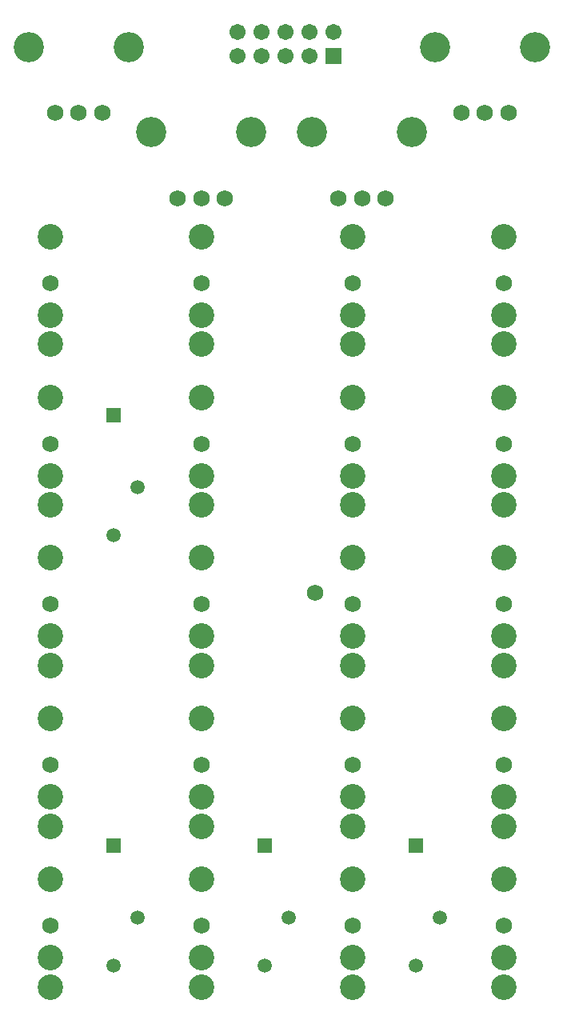
<source format=gts>
G04 Layer_Color=8388736*
%FSLAX25Y25*%
%MOIN*%
G70*
G01*
G75*
%ADD37C,0.10642*%
%ADD38C,0.06800*%
%ADD39C,0.12611*%
%ADD40C,0.06706*%
%ADD41R,0.06706X0.06706*%
%ADD42R,0.05918X0.05918*%
%ADD43C,0.05918*%
D37*
X31496Y-62913D02*
D03*
Y-50709D02*
D03*
Y-18032D02*
D03*
X-94488Y4016D02*
D03*
Y16220D02*
D03*
Y48898D02*
D03*
Y-129842D02*
D03*
Y-117638D02*
D03*
Y-84961D02*
D03*
X-31496Y4016D02*
D03*
Y16220D02*
D03*
Y48898D02*
D03*
Y-129842D02*
D03*
Y-117638D02*
D03*
Y-84961D02*
D03*
X-94488Y-196772D02*
D03*
Y-184567D02*
D03*
Y-151890D02*
D03*
Y70945D02*
D03*
Y83150D02*
D03*
Y115827D02*
D03*
X-31496Y-196772D02*
D03*
Y-184567D02*
D03*
Y-151890D02*
D03*
Y70945D02*
D03*
Y83150D02*
D03*
Y115827D02*
D03*
X-94488Y-62913D02*
D03*
Y-50709D02*
D03*
Y-18032D02*
D03*
X-31496Y-62913D02*
D03*
Y-50709D02*
D03*
Y-18032D02*
D03*
X94488Y4016D02*
D03*
Y16220D02*
D03*
Y48898D02*
D03*
Y-129842D02*
D03*
Y-117638D02*
D03*
Y-84961D02*
D03*
X31496Y4016D02*
D03*
Y16220D02*
D03*
Y48898D02*
D03*
Y-129842D02*
D03*
Y-117638D02*
D03*
Y-84961D02*
D03*
X94488Y-196772D02*
D03*
Y-184567D02*
D03*
Y-151890D02*
D03*
Y70945D02*
D03*
Y83150D02*
D03*
Y115827D02*
D03*
X31496Y-196772D02*
D03*
Y-184567D02*
D03*
Y-151890D02*
D03*
Y70945D02*
D03*
Y83150D02*
D03*
Y115827D02*
D03*
X94488Y-62913D02*
D03*
Y-50709D02*
D03*
Y-18032D02*
D03*
D38*
X31496Y-37402D02*
D03*
X45276Y131890D02*
D03*
X25591D02*
D03*
X35433D02*
D03*
X-94488Y29528D02*
D03*
Y-104331D02*
D03*
X-31496Y29528D02*
D03*
Y-104331D02*
D03*
X-94488Y-171260D02*
D03*
Y96457D02*
D03*
X-31496Y-171260D02*
D03*
Y96457D02*
D03*
X-94488Y-37402D02*
D03*
X-31496D02*
D03*
X94488Y29528D02*
D03*
Y-104331D02*
D03*
X31496Y29528D02*
D03*
Y-104331D02*
D03*
X94488Y-171260D02*
D03*
Y96457D02*
D03*
X31496Y-171260D02*
D03*
Y96457D02*
D03*
X94488Y-37402D02*
D03*
X-72835Y167323D02*
D03*
X-92520D02*
D03*
X-82677D02*
D03*
X-21654Y131890D02*
D03*
X-41339D02*
D03*
X-31496D02*
D03*
X96457Y167323D02*
D03*
X76772D02*
D03*
X86614D02*
D03*
X16016Y-32504D02*
D03*
D39*
X14567Y159449D02*
D03*
X56299D02*
D03*
X-103543Y194882D02*
D03*
X-61811D02*
D03*
X-52362Y159449D02*
D03*
X-10630D02*
D03*
X65748Y194882D02*
D03*
X107480D02*
D03*
D40*
X-16378Y200945D02*
D03*
Y190945D02*
D03*
X-6378Y200945D02*
D03*
Y190945D02*
D03*
X3622Y200945D02*
D03*
Y190945D02*
D03*
X13622Y200945D02*
D03*
Y190945D02*
D03*
X23622Y200945D02*
D03*
D41*
Y190945D02*
D03*
D42*
X-5000Y-137894D02*
D03*
X-67984Y41496D02*
D03*
X-67992Y-137894D02*
D03*
X57992D02*
D03*
D43*
X5000Y-167894D02*
D03*
X-5000Y-187894D02*
D03*
X-57984Y11496D02*
D03*
X-67984Y-8504D02*
D03*
X-57992Y-167894D02*
D03*
X-67992Y-187894D02*
D03*
X67992Y-167894D02*
D03*
X57992Y-187894D02*
D03*
M02*

</source>
